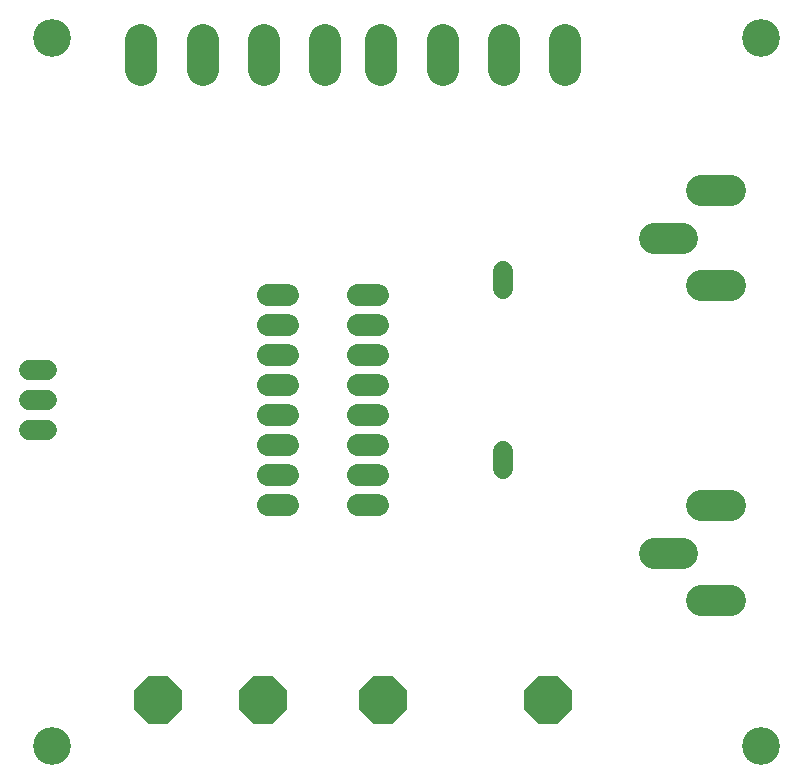
<source format=gts>
G75*
%MOIN*%
%OFA0B0*%
%FSLAX25Y25*%
%IPPOS*%
%LPD*%
%AMOC8*
5,1,8,0,0,1.08239X$1,22.5*
%
%ADD10C,0.12611*%
%ADD11C,0.10800*%
%ADD12C,0.06800*%
%ADD13C,0.10250*%
%ADD14C,0.07400*%
%ADD15OC8,0.15800*%
D10*
X0020685Y0020685D03*
X0256906Y0020685D03*
X0256906Y0256906D03*
X0020685Y0256906D03*
D11*
X0050291Y0256000D02*
X0050291Y0246000D01*
X0070764Y0246000D02*
X0070764Y0256000D01*
X0091236Y0256000D02*
X0091236Y0246000D01*
X0111709Y0246000D02*
X0111709Y0256000D01*
X0130291Y0256000D02*
X0130291Y0246000D01*
X0150764Y0246000D02*
X0150764Y0256000D01*
X0171236Y0256000D02*
X0171236Y0246000D01*
X0191709Y0246000D02*
X0191709Y0256000D01*
D12*
X0171000Y0179000D02*
X0171000Y0173000D01*
X0171000Y0119000D02*
X0171000Y0113000D01*
X0019000Y0126000D02*
X0013000Y0126000D01*
X0013000Y0136000D02*
X0019000Y0136000D01*
X0019000Y0146000D02*
X0013000Y0146000D01*
D13*
X0221275Y0190300D02*
X0230725Y0190300D01*
X0237075Y0174600D02*
X0246525Y0174600D01*
X0246525Y0206000D02*
X0237075Y0206000D01*
X0237075Y0101000D02*
X0246525Y0101000D01*
X0230725Y0085300D02*
X0221275Y0085300D01*
X0237075Y0069600D02*
X0246525Y0069600D01*
D14*
X0129300Y0101000D02*
X0122700Y0101000D01*
X0122700Y0111000D02*
X0129300Y0111000D01*
X0129300Y0121000D02*
X0122700Y0121000D01*
X0122700Y0131000D02*
X0129300Y0131000D01*
X0129300Y0141000D02*
X0122700Y0141000D01*
X0122700Y0151000D02*
X0129300Y0151000D01*
X0129300Y0161000D02*
X0122700Y0161000D01*
X0122700Y0171000D02*
X0129300Y0171000D01*
X0099300Y0171000D02*
X0092700Y0171000D01*
X0092700Y0161000D02*
X0099300Y0161000D01*
X0099300Y0151000D02*
X0092700Y0151000D01*
X0092700Y0141000D02*
X0099300Y0141000D01*
X0099300Y0131000D02*
X0092700Y0131000D01*
X0092700Y0121000D02*
X0099300Y0121000D01*
X0099300Y0111000D02*
X0092700Y0111000D01*
X0092700Y0101000D02*
X0099300Y0101000D01*
D15*
X0091000Y0036000D03*
X0056000Y0036000D03*
X0131000Y0036000D03*
X0186000Y0036000D03*
M02*

</source>
